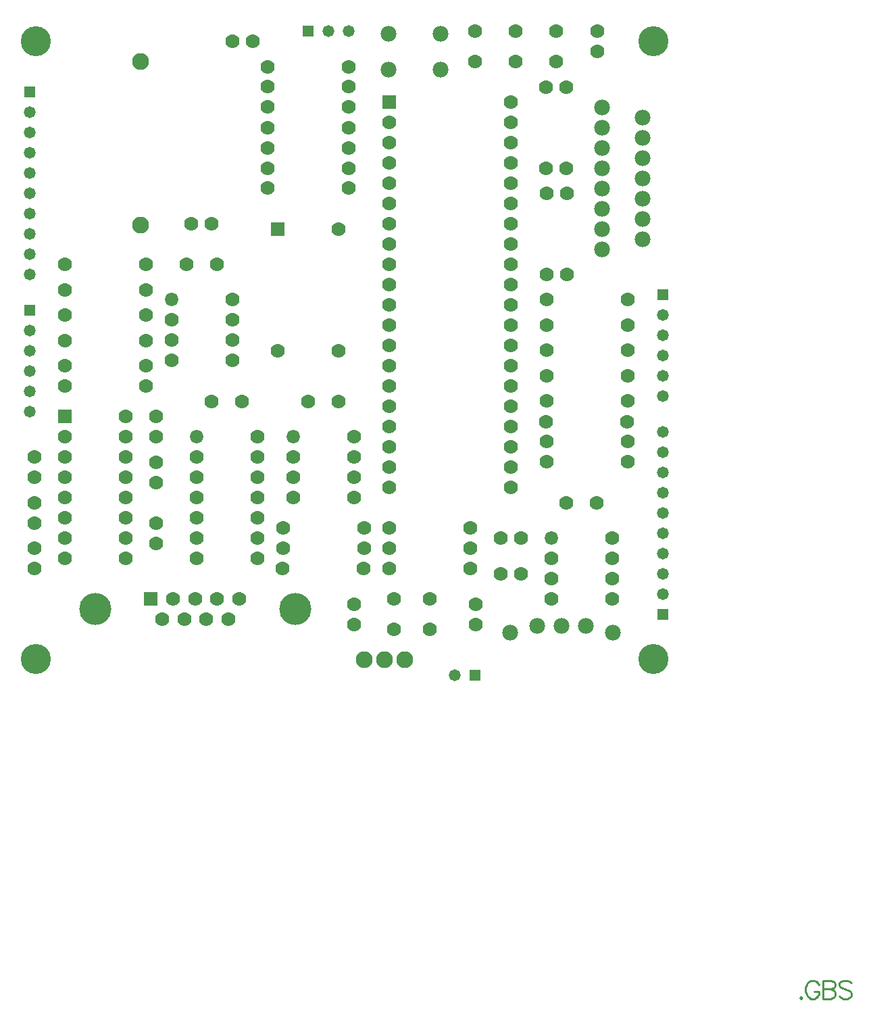
<source format=gbs>
%FSLAX43Y43*%
%MOMM*%
G71*
G01*
G75*
%ADD10C,0.254*%
%ADD11C,0.203*%
%ADD12C,0.305*%
%ADD13C,0.508*%
%ADD14C,0.762*%
%ADD15C,0.381*%
%ADD16C,1.016*%
%ADD17C,0.229*%
%ADD18C,1.270*%
%ADD19R,1.270X1.270*%
%ADD20C,1.575*%
%ADD21C,1.905*%
%ADD22C,1.778*%
%ADD23P,1.575X8X0*%
%ADD24C,3.556*%
%ADD25R,1.575X1.575*%
%ADD26C,3.810*%
%ADD27C,0.200*%
%ADD28C,1.473*%
%ADD29R,1.473X1.473*%
%ADD30C,2.108*%
%ADD31C,1.981*%
%ADD32P,1.778X8X0*%
%ADD33C,3.759*%
%ADD34R,1.778X1.778*%
%ADD35C,4.013*%
D17*
X282917Y137106D02*
X282808Y136998D01*
X282917Y136889D01*
X283025Y136998D01*
X282917Y137106D01*
X285159Y138630D02*
X285050Y138848D01*
X284832Y139065D01*
X284614Y139174D01*
X284179D01*
X283961Y139065D01*
X283744Y138848D01*
X283635Y138630D01*
X283526Y138304D01*
Y137759D01*
X283635Y137433D01*
X283744Y137215D01*
X283961Y136998D01*
X284179Y136889D01*
X284614D01*
X284832Y136998D01*
X285050Y137215D01*
X285159Y137433D01*
Y137759D01*
X284614D02*
X285159D01*
X285681Y139174D02*
Y136889D01*
Y139174D02*
X286660D01*
X286987Y139065D01*
X287096Y138957D01*
X287205Y138739D01*
Y138521D01*
X287096Y138304D01*
X286987Y138195D01*
X286660Y138086D01*
X285681D02*
X286660D01*
X286987Y137977D01*
X287096Y137868D01*
X287205Y137651D01*
Y137324D01*
X287096Y137106D01*
X286987Y136998D01*
X286660Y136889D01*
X285681D01*
X289240Y138848D02*
X289022Y139065D01*
X288696Y139174D01*
X288260D01*
X287934Y139065D01*
X287716Y138848D01*
Y138630D01*
X287825Y138412D01*
X287934Y138304D01*
X288152Y138195D01*
X288805Y137977D01*
X289022Y137868D01*
X289131Y137759D01*
X289240Y137542D01*
Y137215D01*
X289022Y136998D01*
X288696Y136889D01*
X288260D01*
X287934Y136998D01*
X287716Y137215D01*
D22*
X216098Y248570D02*
D03*
X226258D02*
D03*
X216082Y253627D02*
D03*
X226242D02*
D03*
Y246007D02*
D03*
X216082D02*
D03*
Y240927D02*
D03*
X226242D02*
D03*
Y243467D02*
D03*
X216082D02*
D03*
X261183Y206660D02*
D03*
X251023D02*
D03*
X261183Y211740D02*
D03*
X251023D02*
D03*
Y204120D02*
D03*
X261183D02*
D03*
X226258Y238410D02*
D03*
X216098D02*
D03*
X251026Y237756D02*
D03*
Y227596D02*
D03*
X253566D02*
D03*
Y237756D02*
D03*
X200842Y213622D02*
D03*
X190682D02*
D03*
Y216162D02*
D03*
X200842D02*
D03*
X226258Y251110D02*
D03*
X216098D02*
D03*
X253543Y251107D02*
D03*
Y240947D02*
D03*
X251003D02*
D03*
Y251107D02*
D03*
X190682Y219337D02*
D03*
X200842D02*
D03*
Y225687D02*
D03*
X190682D02*
D03*
Y222512D02*
D03*
X200842D02*
D03*
X251023Y218090D02*
D03*
X261183D02*
D03*
X190682Y228862D02*
D03*
X200842D02*
D03*
X251023Y221265D02*
D03*
X261183D02*
D03*
Y214915D02*
D03*
X251023D02*
D03*
Y224440D02*
D03*
X261183D02*
D03*
X226893Y207295D02*
D03*
Y204755D02*
D03*
Y202215D02*
D03*
Y199675D02*
D03*
X219273D02*
D03*
Y202215D02*
D03*
Y204755D02*
D03*
X204033Y221900D02*
D03*
Y219360D02*
D03*
Y216820D02*
D03*
X211653D02*
D03*
Y219360D02*
D03*
Y221900D02*
D03*
Y224440D02*
D03*
X259278Y194595D02*
D03*
Y192055D02*
D03*
Y189515D02*
D03*
Y186975D02*
D03*
X251658D02*
D03*
Y189515D02*
D03*
Y192055D02*
D03*
X207208Y204755D02*
D03*
Y202215D02*
D03*
Y199675D02*
D03*
Y197135D02*
D03*
Y194595D02*
D03*
Y192055D02*
D03*
X214828D02*
D03*
Y194595D02*
D03*
Y197135D02*
D03*
Y199675D02*
D03*
Y202215D02*
D03*
Y204755D02*
D03*
Y207295D02*
D03*
X224991Y218071D02*
D03*
X217371D02*
D03*
X224991Y233311D02*
D03*
X190698Y194595D02*
D03*
Y192055D02*
D03*
X198318D02*
D03*
Y194595D02*
D03*
Y204755D02*
D03*
Y197135D02*
D03*
Y202215D02*
D03*
Y199675D02*
D03*
X190698Y197135D02*
D03*
Y207295D02*
D03*
Y199675D02*
D03*
Y202215D02*
D03*
Y204755D02*
D03*
X198318Y207295D02*
D03*
Y209835D02*
D03*
X231341Y223786D02*
D03*
X246581Y228866D02*
D03*
Y231406D02*
D03*
Y233946D02*
D03*
Y246646D02*
D03*
Y249186D02*
D03*
X231341Y236486D02*
D03*
X246581Y208546D02*
D03*
Y206006D02*
D03*
X231341D02*
D03*
Y221246D02*
D03*
X246581Y226326D02*
D03*
X231341Y208546D02*
D03*
Y203466D02*
D03*
Y233946D02*
D03*
Y239026D02*
D03*
Y241566D02*
D03*
Y244106D02*
D03*
Y246646D02*
D03*
Y211086D02*
D03*
Y213626D02*
D03*
X246581Y223786D02*
D03*
Y221246D02*
D03*
Y218706D02*
D03*
Y216166D02*
D03*
Y203466D02*
D03*
Y200926D02*
D03*
X231341D02*
D03*
Y226326D02*
D03*
Y231406D02*
D03*
Y228866D02*
D03*
Y218706D02*
D03*
X246581Y236486D02*
D03*
Y239026D02*
D03*
Y213626D02*
D03*
Y241566D02*
D03*
Y244106D02*
D03*
Y211086D02*
D03*
X231341Y216166D02*
D03*
X212551Y186952D02*
D03*
X207014D02*
D03*
X204246D02*
D03*
X211180Y184412D02*
D03*
X208411D02*
D03*
X205643D02*
D03*
X202874D02*
D03*
X209783Y186952D02*
D03*
X231322Y193302D02*
D03*
X241482D02*
D03*
X231338Y190785D02*
D03*
X241498D02*
D03*
X241482Y195842D02*
D03*
X231322D02*
D03*
X228163Y195865D02*
D03*
X218003D02*
D03*
X228163Y193325D02*
D03*
X218003D02*
D03*
X228147Y190762D02*
D03*
X217987D02*
D03*
X251007Y209177D02*
D03*
X261167D02*
D03*
X186880Y190774D02*
D03*
Y193314D02*
D03*
X202120Y204109D02*
D03*
Y201569D02*
D03*
X186880Y199029D02*
D03*
Y196489D02*
D03*
X202120Y207284D02*
D03*
Y209824D02*
D03*
X186880Y204744D02*
D03*
Y202204D02*
D03*
X257376Y255536D02*
D03*
Y258076D02*
D03*
X226896Y186321D02*
D03*
Y183781D02*
D03*
X242136D02*
D03*
Y186321D02*
D03*
X221170Y211729D02*
D03*
X224980D02*
D03*
X257365Y199029D02*
D03*
X253555D02*
D03*
X209105Y211729D02*
D03*
X212915D02*
D03*
X252285Y254274D02*
D03*
Y258084D02*
D03*
X247205D02*
D03*
Y254274D02*
D03*
X236410Y183154D02*
D03*
Y186964D02*
D03*
X231965D02*
D03*
Y183154D02*
D03*
X242125Y254274D02*
D03*
Y258084D02*
D03*
X205930Y228874D02*
D03*
X209740D02*
D03*
X202108Y193957D02*
D03*
Y196497D02*
D03*
X209105Y233954D02*
D03*
X206565D02*
D03*
X214193Y256825D02*
D03*
X211653D02*
D03*
X245308Y194595D02*
D03*
X247848D02*
D03*
X245292Y190127D02*
D03*
X247832D02*
D03*
D28*
X265631Y212356D02*
D03*
Y214896D02*
D03*
Y217436D02*
D03*
Y219976D02*
D03*
Y222516D02*
D03*
X186256Y220611D02*
D03*
Y218071D02*
D03*
Y215531D02*
D03*
Y212991D02*
D03*
Y210451D02*
D03*
X226258Y258095D02*
D03*
X239577Y177427D02*
D03*
X223718Y258095D02*
D03*
X265608Y207927D02*
D03*
Y205387D02*
D03*
Y202847D02*
D03*
Y200307D02*
D03*
Y197767D02*
D03*
Y195227D02*
D03*
Y192687D02*
D03*
Y190147D02*
D03*
Y187607D02*
D03*
X186256Y247916D02*
D03*
Y245376D02*
D03*
Y242836D02*
D03*
Y240296D02*
D03*
Y237756D02*
D03*
Y235216D02*
D03*
Y232676D02*
D03*
Y230136D02*
D03*
Y227596D02*
D03*
D29*
X265631Y225056D02*
D03*
X186256Y223151D02*
D03*
X242117Y177427D02*
D03*
X221178Y258095D02*
D03*
X265608Y185067D02*
D03*
X186256Y250456D02*
D03*
D30*
X200203Y254282D02*
D03*
Y233784D02*
D03*
X230706Y179336D02*
D03*
X233246D02*
D03*
X228166D02*
D03*
D31*
X237747Y253282D02*
D03*
X231247D02*
D03*
X252928Y183565D02*
D03*
X255976D02*
D03*
X249880D02*
D03*
X246528Y182765D02*
D03*
X259328D02*
D03*
X258011Y238391D02*
D03*
X263091Y244741D02*
D03*
Y237121D02*
D03*
Y234581D02*
D03*
X258011Y230771D02*
D03*
Y248551D02*
D03*
X263091Y232041D02*
D03*
X258011Y233311D02*
D03*
Y246011D02*
D03*
X263091Y247281D02*
D03*
Y239661D02*
D03*
Y242201D02*
D03*
X258011Y240931D02*
D03*
Y243471D02*
D03*
Y235851D02*
D03*
X231247Y257782D02*
D03*
X237747D02*
D03*
D32*
X207208Y207295D02*
D03*
X219273D02*
D03*
X204033Y224440D02*
D03*
X251658Y194595D02*
D03*
D33*
X187050Y256814D02*
D03*
X264430D02*
D03*
Y179434D02*
D03*
X187050D02*
D03*
D34*
X217371Y233311D02*
D03*
X190698Y209835D02*
D03*
X231341Y249186D02*
D03*
X201477Y186952D02*
D03*
D35*
X219536Y185682D02*
D03*
X194492D02*
D03*
M02*

</source>
